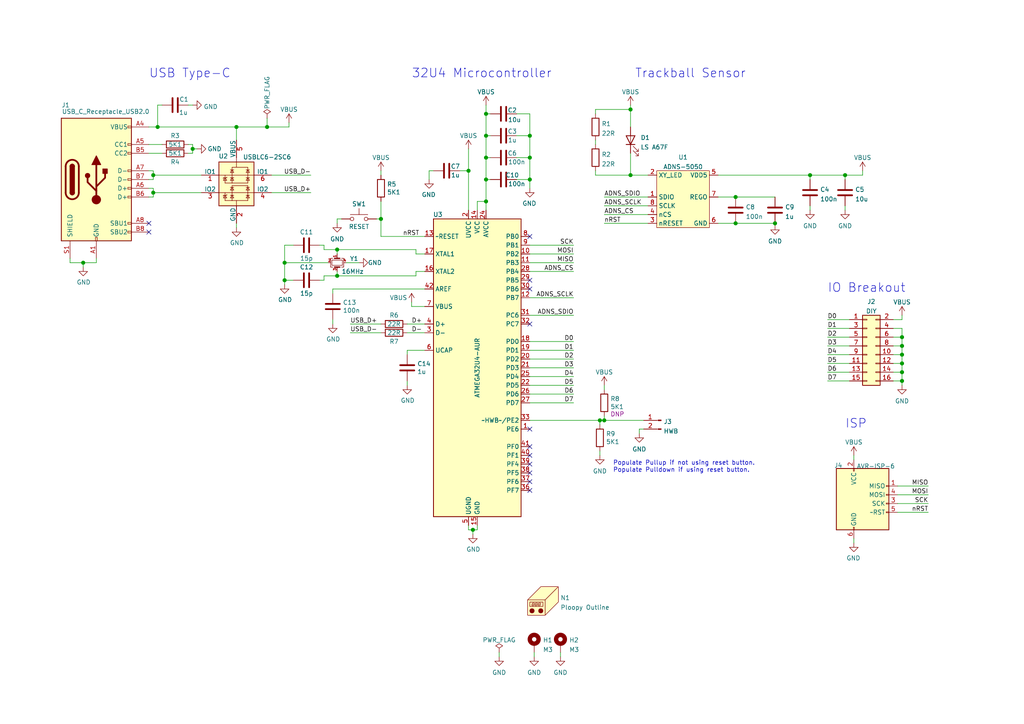
<source format=kicad_sch>
(kicad_sch (version 20210621) (generator eeschema)
  (paper "A4")
  (title_block (title "ploopy-nano") (date "2021-07-09") (rev "0.1") (company "Josh Johnson") (comment 1 "Licenced under CERN OHL v1.2") (comment 2 "By Ploopy Corporation 2021") (comment 3 "Based on the Ploopy Nano"))
  (lib_symbols
    (symbol "Connector:AVR-ISP-6" (pin_names (offset 1.016))
      (property "Reference" "J" (at -6.35 11.43 0))
      (property "Value" "AVR-ISP-6" (at 0 11.43 0))
      (symbol "AVR-ISP-6_1_1"
        (pin passive line (at 10.16 5.08 180) (length 2.54) (name "MISO") (number "1"))
        (pin passive line (at -2.54 12.7 270) (length 2.54) (name "VCC") (number "2"))
        (pin passive line (at 10.16 0 180) (length 2.54) (name "SCK") (number "3"))
        (pin passive line (at 10.16 2.54 180) (length 2.54) (name "MOSI") (number "4"))
        (pin passive line (at 10.16 -2.54 180) (length 2.54) (name "~RST") (number "5"))
        (pin passive line (at -2.54 -10.16 90) (length 2.54) (name "GND") (number "6"))
      )
    )
    (symbol "Connector:Conn_01x02_Male" (pin_names (offset 1.016) hide)
      (property "Reference" "J" (at 0 2.54 0))
      (property "Value" "Conn_01x02_Male" (at 0 -5.08 0))
      (symbol "Conn_01x02_Male_1_1"
        (pin passive line (at 5.08 0 180) (length 3.81) (name "Pin_1") (number "1"))
        (pin passive line (at 5.08 -2.54 180) (length 3.81) (name "Pin_2") (number "2"))
      )
    )
    (symbol "Connector:USB_C_Receptacle_USB2.0" (pin_names (offset 1.016))
      (property "Reference" "J" (at -10.16 19.05 0))
      (property "Value" "USB_C_Receptacle_USB2.0" (at 19.05 19.05 0))
      (symbol "USB_C_Receptacle_USB2.0_1_1"
        (pin power_in line (at 0 -22.86 90) (length 5.08) (name "GND") (number "A1"))
        (pin passive line (at 0 -22.86 90) (length 5.08) hide (name "GND") (number "A12"))
        (pin power_in line (at 15.24 15.24 180) (length 5.08) (name "VBUS") (number "A4"))
        (pin bidirectional line (at 15.24 10.16 180) (length 5.08) (name "CC1") (number "A5"))
        (pin bidirectional line (at 15.24 -2.54 180) (length 5.08) (name "D+") (number "A6"))
        (pin bidirectional line (at 15.24 2.54 180) (length 5.08) (name "D-") (number "A7"))
        (pin bidirectional line (at 15.24 -12.7 180) (length 5.08) (name "SBU1") (number "A8"))
        (pin passive line (at 15.24 15.24 180) (length 5.08) hide (name "VBUS") (number "A9"))
        (pin passive line (at 0 -22.86 90) (length 5.08) hide (name "GND") (number "B1"))
        (pin passive line (at 0 -22.86 90) (length 5.08) hide (name "GND") (number "B12"))
        (pin passive line (at 15.24 15.24 180) (length 5.08) hide (name "VBUS") (number "B4"))
        (pin bidirectional line (at 15.24 7.62 180) (length 5.08) (name "CC2") (number "B5"))
        (pin bidirectional line (at 15.24 -5.08 180) (length 5.08) (name "D+") (number "B6"))
        (pin bidirectional line (at 15.24 0 180) (length 5.08) (name "D-") (number "B7"))
        (pin bidirectional line (at 15.24 -15.24 180) (length 5.08) (name "SBU2") (number "B8"))
        (pin passive line (at 15.24 15.24 180) (length 5.08) hide (name "VBUS") (number "B9"))
        (pin passive line (at -7.62 -22.86 90) (length 5.08) (name "SHIELD") (number "S1"))
      )
    )
    (symbol "Connector_Generic:Conn_02x08_Odd_Even" (pin_names (offset 1.016) hide)
      (property "Reference" "J" (at 1.27 10.16 0))
      (property "Value" "Conn_02x08_Odd_Even" (at 1.27 -12.7 0))
      (symbol "Conn_02x08_Odd_Even_1_1"
        (pin passive line (at -5.08 7.62 0) (length 3.81) (name "Pin_1") (number "1"))
        (pin passive line (at 7.62 -2.54 180) (length 3.81) (name "Pin_10") (number "10"))
        (pin passive line (at -5.08 -5.08 0) (length 3.81) (name "Pin_11") (number "11"))
        (pin passive line (at 7.62 -5.08 180) (length 3.81) (name "Pin_12") (number "12"))
        (pin passive line (at -5.08 -7.62 0) (length 3.81) (name "Pin_13") (number "13"))
        (pin passive line (at 7.62 -7.62 180) (length 3.81) (name "Pin_14") (number "14"))
        (pin passive line (at -5.08 -10.16 0) (length 3.81) (name "Pin_15") (number "15"))
        (pin passive line (at 7.62 -10.16 180) (length 3.81) (name "Pin_16") (number "16"))
        (pin passive line (at 7.62 7.62 180) (length 3.81) (name "Pin_2") (number "2"))
        (pin passive line (at -5.08 5.08 0) (length 3.81) (name "Pin_3") (number "3"))
        (pin passive line (at 7.62 5.08 180) (length 3.81) (name "Pin_4") (number "4"))
        (pin passive line (at -5.08 2.54 0) (length 3.81) (name "Pin_5") (number "5"))
        (pin passive line (at 7.62 2.54 180) (length 3.81) (name "Pin_6") (number "6"))
        (pin passive line (at -5.08 0 0) (length 3.81) (name "Pin_7") (number "7"))
        (pin passive line (at 7.62 0 180) (length 3.81) (name "Pin_8") (number "8"))
        (pin passive line (at -5.08 -2.54 0) (length 3.81) (name "Pin_9") (number "9"))
      )
    )
    (symbol "Device:C" (pin_numbers hide) (pin_names (offset 0.254))
      (property "Reference" "C" (at 0.635 2.54 0))
      (property "Value" "C" (at 0.635 -2.54 0))
      (symbol "C_1_1"
        (pin passive line (at 0 3.81 270) (length 2.794) (name "~") (number "1"))
        (pin passive line (at 0 -3.81 90) (length 2.794) (name "~") (number "2"))
      )
    )
    (symbol "Device:Crystal_GND24_Small" (pin_names (offset 1.016) hide)
      (property "Reference" "Y" (at 1.27 4.445 0))
      (property "Value" "Crystal_GND24_Small" (at 1.27 2.54 0))
      (symbol "Crystal_GND24_Small_1_1"
        (pin passive line (at -2.54 0 0) (length 1.27) (name "1") (number "1"))
        (pin passive line (at 0 -2.54 90) (length 0.635) (name "2") (number "2"))
        (pin passive line (at 2.54 0 180) (length 1.27) (name "3") (number "3"))
        (pin passive line (at 0 2.54 270) (length 0.635) (name "4") (number "4"))
      )
    )
    (symbol "Device:LED" (pin_numbers hide) (pin_names (offset 1.016) hide)
      (property "Reference" "D" (at 0 2.54 0))
      (property "Value" "LED" (at 0 -2.54 0))
      (symbol "LED_1_1"
        (pin passive line (at -3.81 0 0) (length 2.54) (name "K") (number "1"))
        (pin passive line (at 3.81 0 180) (length 2.54) (name "A") (number "2"))
      )
    )
    (symbol "Device:R" (pin_numbers hide) (pin_names (offset 0))
      (property "Reference" "R" (at 2.032 0 90))
      (property "Value" "R" (at 0 0 90))
      (symbol "R_1_1"
        (pin passive line (at 0 3.81 270) (length 1.27) (name "~") (number "1"))
        (pin passive line (at 0 -3.81 90) (length 1.27) (name "~") (number "2"))
      )
    )
    (symbol "MCU_Microchip_ATmega:ATmega32U4-MU"
      (property "Reference" "U3" (at -11.43 44.45 0))
      (property "Value" "ATMEGA32U4-AUR" (at 0 0 90))
      (symbol "ATmega32U4-MU_1_1"
        (pin bidirectional line (at 15.24 -17.78 180) (length 2.54) (name "PE6") (number "1"))
        (pin bidirectional line (at 15.24 33.02 180) (length 2.54) (name "PB2") (number "10"))
        (pin bidirectional line (at 15.24 30.48 180) (length 2.54) (name "PB3") (number "11"))
        (pin bidirectional line (at 15.24 20.32 180) (length 2.54) (name "PB7") (number "12"))
        (pin input line (at -15.24 38.1 0) (length 2.54) (name "~RESET") (number "13"))
        (pin power_in line (at 0 45.72 270) (length 2.54) (name "VCC") (number "14"))
        (pin power_in line (at 0 -45.72 90) (length 2.54) (name "GND") (number "15"))
        (pin output line (at -15.24 27.94 0) (length 2.54) (name "XTAL2") (number "16"))
        (pin input line (at -15.24 33.02 0) (length 2.54) (name "XTAL1") (number "17"))
        (pin bidirectional line (at 15.24 7.62 180) (length 2.54) (name "PD0") (number "18"))
        (pin bidirectional line (at 15.24 5.08 180) (length 2.54) (name "PD1") (number "19"))
        (pin power_in line (at -2.54 45.72 270) (length 2.54) (name "UVCC") (number "2"))
        (pin bidirectional line (at 15.24 2.54 180) (length 2.54) (name "PD2") (number "20"))
        (pin bidirectional line (at 15.24 0 180) (length 2.54) (name "PD3") (number "21"))
        (pin bidirectional line (at 15.24 -5.08 180) (length 2.54) (name "PD5") (number "22"))
        (pin passive line (at 0 -45.72 90) (length 2.54) hide (name "GND") (number "23"))
        (pin power_in line (at 2.54 45.72 270) (length 2.54) (name "AVCC") (number "24"))
        (pin bidirectional line (at 15.24 -2.54 180) (length 2.54) (name "PD4") (number "25"))
        (pin bidirectional line (at 15.24 -7.62 180) (length 2.54) (name "PD6") (number "26"))
        (pin bidirectional line (at 15.24 -10.16 180) (length 2.54) (name "PD7") (number "27"))
        (pin bidirectional line (at 15.24 27.94 180) (length 2.54) (name "PB4") (number "28"))
        (pin bidirectional line (at 15.24 25.4 180) (length 2.54) (name "PB5") (number "29"))
        (pin bidirectional line (at -15.24 10.16 0) (length 2.54) (name "D-") (number "3"))
        (pin bidirectional line (at 15.24 22.86 180) (length 2.54) (name "PB6") (number "30"))
        (pin bidirectional line (at 15.24 15.24 180) (length 2.54) (name "PC6") (number "31"))
        (pin bidirectional line (at 15.24 12.7 180) (length 2.54) (name "PC7") (number "32"))
        (pin bidirectional line (at 15.24 -15.24 180) (length 2.54) (name "~HWB~/PE2") (number "33"))
        (pin passive line (at 0 45.72 270) (length 2.54) hide (name "VCC") (number "34"))
        (pin passive line (at 0 -45.72 90) (length 2.54) hide (name "GND") (number "35"))
        (pin bidirectional line (at 15.24 -35.56 180) (length 2.54) (name "PF7") (number "36"))
        (pin bidirectional line (at 15.24 -33.02 180) (length 2.54) (name "PF6") (number "37"))
        (pin bidirectional line (at 15.24 -30.48 180) (length 2.54) (name "PF5") (number "38"))
        (pin bidirectional line (at 15.24 -27.94 180) (length 2.54) (name "PF4") (number "39"))
        (pin bidirectional line (at -15.24 12.7 0) (length 2.54) (name "D+") (number "4"))
        (pin bidirectional line (at 15.24 -25.4 180) (length 2.54) (name "PF1") (number "40"))
        (pin bidirectional line (at 15.24 -22.86 180) (length 2.54) (name "PF0") (number "41"))
        (pin passive line (at -15.24 22.86 0) (length 2.54) (name "AREF") (number "42"))
        (pin passive line (at 0 -45.72 90) (length 2.54) hide (name "GND") (number "43"))
        (pin passive line (at 2.54 45.72 270) (length 2.54) hide (name "AVCC") (number "44"))
        (pin passive line (at -2.54 -45.72 90) (length 2.54) (name "UGND") (number "5"))
        (pin passive line (at -15.24 5.08 0) (length 2.54) (name "UCAP") (number "6"))
        (pin input line (at -15.24 17.78 0) (length 2.54) (name "VBUS") (number "7"))
        (pin bidirectional line (at 15.24 38.1 180) (length 2.54) (name "PB0") (number "8"))
        (pin bidirectional line (at 15.24 35.56 180) (length 2.54) (name "PB1") (number "9"))
      )
    )
    (symbol "Mechanical:Housing" (pin_names (offset 1.016))
      (property "Reference" "N" (at 3.81 0 0))
      (property "Value" "Housing" (at 3.81 -1.905 0))
    )
    (symbol "Mechanical:MountingHole_Pad" (pin_numbers hide) (pin_names (offset 1.016) hide)
      (property "Reference" "H" (at 0 6.35 0))
      (property "Value" "MountingHole_Pad" (at 0 4.445 0))
      (symbol "MountingHole_Pad_1_1"
        (pin input line (at 0 -2.54 90) (length 2.54) (name "1") (number "1"))
      )
    )
    (symbol "Switch:SW_Push" (pin_numbers hide) (pin_names (offset 1.016) hide)
      (property "Reference" "SW" (at 1.27 2.54 0))
      (property "Value" "SW_Push" (at 0 -1.524 0))
      (symbol "SW_Push_0_1"
        (pin passive line (at -5.08 0 0) (length 2.54) (name "1") (number "1"))
        (pin passive line (at 5.08 0 180) (length 2.54) (name "2") (number "2"))
      )
    )
    (symbol "josh-ic:USBLC6-2SC6" (pin_names (offset 0))
      (property "Reference" "U" (at -7.62 8.89 0))
      (property "Value" "USBLC6-2SC6" (at 7.62 7.62 0))
      (symbol "USBLC6-2SC6_1_1"
        (pin passive line (at -10.16 2.54 0) (length 5.08) (name "IO1") (number "1"))
        (pin passive line (at 0 -11.43 90) (length 5.08) (name "GND") (number "2"))
        (pin passive line (at -10.16 -2.54 0) (length 5.08) (name "IO2") (number "3"))
        (pin passive line (at 10.16 -2.54 180) (length 5.08) (name "IO2") (number "4"))
        (pin passive line (at 0 12.7 270) (length 5.08) (name "VBUS") (number "5"))
        (pin passive line (at 10.16 2.54 180) (length 5.08) (name "IO1") (number "6"))
      )
    )
    (symbol "josh-keyboard:ADNS-5050"
      (property "Reference" "U" (at -6.35 11.43 0))
      (property "Value" "ADNS-5050" (at -1.27 8.89 0))
      (symbol "ADNS-5050_1_1"
        (pin bidirectional line (at -10.16 0 0) (length 2.54) (name "SDIO") (number "1"))
        (pin bidirectional line (at -10.16 6.35 0) (length 2.54) (name "XY_LED") (number "2"))
        (pin bidirectional line (at -10.16 -7.62 0) (length 2.54) (name "nRESET") (number "3"))
        (pin bidirectional line (at -10.16 -5.08 0) (length 2.54) (name "nCS") (number "4"))
        (pin power_in line (at 10.16 6.35 180) (length 2.54) (name "VDD5") (number "5"))
        (pin power_in line (at 10.16 -7.62 180) (length 2.54) (name "GND") (number "6"))
        (pin power_out line (at 10.16 0 180) (length 2.54) (name "REGO") (number "7"))
        (pin bidirectional line (at -10.16 -2.54 0) (length 2.54) (name "SCLK") (number "8"))
      )
    )
    (symbol "power:GND" (power) (pin_names (offset 0))
      (property "Value" "GND" (at 0 -3.81 0))
      (symbol "GND_1_1"
        (pin power_in line (at 0 0 270) (length 0) hide (name "GND") (number "1"))
      )
    )
    (symbol "power:PWR_FLAG" (power) (pin_numbers hide) (pin_names (offset 0) hide)
      (property "Value" "PWR_FLAG" (at 0 3.81 0))
      (symbol "PWR_FLAG_0_0"
        (pin power_out line (at 0 0 90) (length 0) (name "pwr") (number "1"))
      )
    )
    (symbol "power:VBUS" (power) (pin_names (offset 0))
      (property "Value" "VBUS" (at 0 3.81 0))
      (symbol "VBUS_1_1"
        (pin power_in line (at 0 0 90) (length 0) hide (name "VBUS") (number "1"))
      )
    )
  )
  (junction (at 24.13 76.2) (diameter 1.016))
  (junction (at 44.45 50.8) (diameter 1.016))
  (junction (at 44.45 55.88) (diameter 1.016))
  (junction (at 45.72 36.83) (diameter 1.016))
  (junction (at 55.88 43.18) (diameter 1.016))
  (junction (at 68.58 36.83) (diameter 1.016))
  (junction (at 77.47 36.83) (diameter 1.016))
  (junction (at 82.55 76.2) (diameter 1.016))
  (junction (at 82.55 81.28) (diameter 1.016))
  (junction (at 97.79 72.39) (diameter 1.016))
  (junction (at 97.79 80.01) (diameter 1.016))
  (junction (at 110.49 63.5) (diameter 1.016))
  (junction (at 135.89 49.53) (diameter 1.016))
  (junction (at 137.16 153.67) (diameter 1.016))
  (junction (at 140.97 33.02) (diameter 1.016))
  (junction (at 140.97 39.37) (diameter 1.016))
  (junction (at 140.97 45.72) (diameter 1.016))
  (junction (at 140.97 52.07) (diameter 1.016))
  (junction (at 140.97 58.42) (diameter 1.016))
  (junction (at 153.67 39.37) (diameter 1.016))
  (junction (at 153.67 45.72) (diameter 1.016))
  (junction (at 153.67 52.07) (diameter 1.016))
  (junction (at 173.99 121.92) (diameter 1.016))
  (junction (at 175.26 121.92) (diameter 1.016))
  (junction (at 182.88 31.75) (diameter 1.016))
  (junction (at 182.88 50.8) (diameter 1.016))
  (junction (at 213.36 57.15) (diameter 1.016))
  (junction (at 213.36 64.77) (diameter 1.016))
  (junction (at 224.79 64.77) (diameter 1.016))
  (junction (at 234.95 50.8) (diameter 1.016))
  (junction (at 245.11 50.8) (diameter 1.016))
  (junction (at 261.62 97.79) (diameter 1.016))
  (junction (at 261.62 100.33) (diameter 1.016))
  (junction (at 261.62 102.87) (diameter 1.016))
  (junction (at 261.62 105.41) (diameter 1.016))
  (junction (at 261.62 107.95) (diameter 1.016))
  (junction (at 261.62 110.49) (diameter 1.016))
  (no_connect (at 43.18 64.77))
  (no_connect (at 43.18 67.31))
  (no_connect (at 153.67 68.58))
  (no_connect (at 153.67 81.28))
  (no_connect (at 153.67 83.82))
  (no_connect (at 153.67 93.98))
  (no_connect (at 153.67 124.46))
  (no_connect (at 153.67 129.54))
  (no_connect (at 153.67 132.08))
  (no_connect (at 153.67 134.62))
  (no_connect (at 153.67 137.16))
  (no_connect (at 153.67 139.7))
  (no_connect (at 153.67 142.24))
  (wire (pts (xy 20.32 74.93) (xy 20.32 76.2)))
  (wire (pts (xy 20.32 76.2) (xy 24.13 76.2)))
  (wire (pts (xy 24.13 76.2) (xy 27.94 76.2)))
  (wire (pts (xy 24.13 77.47) (xy 24.13 76.2)))
  (wire (pts (xy 27.94 76.2) (xy 27.94 74.93)))
  (wire (pts (xy 43.18 36.83) (xy 45.72 36.83)))
  (wire (pts (xy 43.18 49.53) (xy 44.45 49.53)))
  (wire (pts (xy 43.18 54.61) (xy 44.45 54.61)))
  (wire (pts (xy 44.45 49.53) (xy 44.45 50.8)))
  (wire (pts (xy 44.45 50.8) (xy 44.45 52.07)))
  (wire (pts (xy 44.45 50.8) (xy 58.42 50.8)))
  (wire (pts (xy 44.45 52.07) (xy 43.18 52.07)))
  (wire (pts (xy 44.45 54.61) (xy 44.45 55.88)))
  (wire (pts (xy 44.45 55.88) (xy 44.45 57.15)))
  (wire (pts (xy 44.45 55.88) (xy 58.42 55.88)))
  (wire (pts (xy 44.45 57.15) (xy 43.18 57.15)))
  (wire (pts (xy 45.72 30.48) (xy 45.72 36.83)))
  (wire (pts (xy 45.72 36.83) (xy 68.58 36.83)))
  (wire (pts (xy 46.99 30.48) (xy 45.72 30.48)))
  (wire (pts (xy 46.99 41.91) (xy 43.18 41.91)))
  (wire (pts (xy 46.99 44.45) (xy 43.18 44.45)))
  (wire (pts (xy 54.61 30.48) (xy 55.88 30.48)))
  (wire (pts (xy 54.61 41.91) (xy 55.88 41.91)))
  (wire (pts (xy 54.61 44.45) (xy 55.88 44.45)))
  (wire (pts (xy 55.88 41.91) (xy 55.88 43.18)))
  (wire (pts (xy 55.88 43.18) (xy 55.88 44.45)))
  (wire (pts (xy 55.88 43.18) (xy 57.15 43.18)))
  (wire (pts (xy 68.58 36.83) (xy 68.58 40.64)))
  (wire (pts (xy 68.58 36.83) (xy 77.47 36.83)))
  (wire (pts (xy 68.58 64.77) (xy 68.58 66.04)))
  (wire (pts (xy 77.47 34.29) (xy 77.47 36.83)))
  (wire (pts (xy 77.47 36.83) (xy 83.82 36.83)))
  (wire (pts (xy 78.74 50.8) (xy 90.17 50.8)))
  (wire (pts (xy 78.74 55.88) (xy 90.17 55.88)))
  (wire (pts (xy 82.55 71.12) (xy 82.55 76.2)))
  (wire (pts (xy 82.55 76.2) (xy 82.55 81.28)))
  (wire (pts (xy 82.55 81.28) (xy 82.55 82.55)))
  (wire (pts (xy 83.82 36.83) (xy 83.82 35.56)))
  (wire (pts (xy 85.09 71.12) (xy 82.55 71.12)))
  (wire (pts (xy 85.09 81.28) (xy 82.55 81.28)))
  (wire (pts (xy 92.71 81.28) (xy 93.98 81.28)))
  (wire (pts (xy 93.98 71.12) (xy 92.71 71.12)))
  (wire (pts (xy 93.98 72.39) (xy 93.98 71.12)))
  (wire (pts (xy 93.98 80.01) (xy 97.79 80.01)))
  (wire (pts (xy 93.98 81.28) (xy 93.98 80.01)))
  (wire (pts (xy 95.25 76.2) (xy 82.55 76.2)))
  (wire (pts (xy 96.52 83.82) (xy 96.52 85.09)))
  (wire (pts (xy 96.52 83.82) (xy 123.19 83.82)))
  (wire (pts (xy 96.52 92.71) (xy 96.52 93.98)))
  (wire (pts (xy 97.79 63.5) (xy 97.79 64.77)))
  (wire (pts (xy 97.79 72.39) (xy 93.98 72.39)))
  (wire (pts (xy 97.79 72.39) (xy 97.79 73.66)))
  (wire (pts (xy 97.79 78.74) (xy 97.79 80.01)))
  (wire (pts (xy 97.79 80.01) (xy 120.65 80.01)))
  (wire (pts (xy 99.06 63.5) (xy 97.79 63.5)))
  (wire (pts (xy 100.33 76.2) (xy 104.14 76.2)))
  (wire (pts (xy 109.22 63.5) (xy 110.49 63.5)))
  (wire (pts (xy 110.49 50.8) (xy 110.49 49.53)))
  (wire (pts (xy 110.49 58.42) (xy 110.49 63.5)))
  (wire (pts (xy 110.49 63.5) (xy 110.49 68.58)))
  (wire (pts (xy 110.49 93.98) (xy 101.6 93.98)))
  (wire (pts (xy 110.49 96.52) (xy 101.6 96.52)))
  (wire (pts (xy 118.11 93.98) (xy 123.19 93.98)))
  (wire (pts (xy 118.11 101.6) (xy 118.11 102.87)))
  (wire (pts (xy 118.11 110.49) (xy 118.11 111.76)))
  (wire (pts (xy 119.38 87.63) (xy 119.38 88.9)))
  (wire (pts (xy 119.38 88.9) (xy 123.19 88.9)))
  (wire (pts (xy 120.65 72.39) (xy 97.79 72.39)))
  (wire (pts (xy 120.65 73.66) (xy 120.65 72.39)))
  (wire (pts (xy 120.65 78.74) (xy 123.19 78.74)))
  (wire (pts (xy 120.65 80.01) (xy 120.65 78.74)))
  (wire (pts (xy 123.19 68.58) (xy 110.49 68.58)))
  (wire (pts (xy 123.19 73.66) (xy 120.65 73.66)))
  (wire (pts (xy 123.19 96.52) (xy 118.11 96.52)))
  (wire (pts (xy 123.19 101.6) (xy 118.11 101.6)))
  (wire (pts (xy 124.46 49.53) (xy 124.46 52.07)))
  (wire (pts (xy 125.73 49.53) (xy 124.46 49.53)))
  (wire (pts (xy 133.35 49.53) (xy 135.89 49.53)))
  (wire (pts (xy 135.89 43.18) (xy 135.89 49.53)))
  (wire (pts (xy 135.89 49.53) (xy 135.89 60.96)))
  (wire (pts (xy 135.89 153.67) (xy 135.89 152.4)))
  (wire (pts (xy 137.16 153.67) (xy 135.89 153.67)))
  (wire (pts (xy 137.16 153.67) (xy 137.16 154.94)))
  (wire (pts (xy 138.43 58.42) (xy 138.43 60.96)))
  (wire (pts (xy 138.43 152.4) (xy 138.43 153.67)))
  (wire (pts (xy 138.43 153.67) (xy 137.16 153.67)))
  (wire (pts (xy 140.97 30.48) (xy 140.97 33.02)))
  (wire (pts (xy 140.97 33.02) (xy 140.97 39.37)))
  (wire (pts (xy 140.97 33.02) (xy 142.24 33.02)))
  (wire (pts (xy 140.97 39.37) (xy 140.97 45.72)))
  (wire (pts (xy 140.97 45.72) (xy 140.97 52.07)))
  (wire (pts (xy 140.97 52.07) (xy 140.97 58.42)))
  (wire (pts (xy 140.97 58.42) (xy 138.43 58.42)))
  (wire (pts (xy 140.97 60.96) (xy 140.97 58.42)))
  (wire (pts (xy 142.24 39.37) (xy 140.97 39.37)))
  (wire (pts (xy 142.24 45.72) (xy 140.97 45.72)))
  (wire (pts (xy 142.24 52.07) (xy 140.97 52.07)))
  (wire (pts (xy 144.78 189.23) (xy 144.78 190.5)))
  (wire (pts (xy 149.86 33.02) (xy 153.67 33.02)))
  (wire (pts (xy 149.86 39.37) (xy 153.67 39.37)))
  (wire (pts (xy 149.86 45.72) (xy 153.67 45.72)))
  (wire (pts (xy 149.86 52.07) (xy 153.67 52.07)))
  (wire (pts (xy 153.67 33.02) (xy 153.67 39.37)))
  (wire (pts (xy 153.67 39.37) (xy 153.67 45.72)))
  (wire (pts (xy 153.67 45.72) (xy 153.67 52.07)))
  (wire (pts (xy 153.67 52.07) (xy 153.67 54.61)))
  (wire (pts (xy 153.67 71.12) (xy 166.37 71.12)))
  (wire (pts (xy 153.67 73.66) (xy 166.37 73.66)))
  (wire (pts (xy 153.67 76.2) (xy 166.37 76.2)))
  (wire (pts (xy 153.67 78.74) (xy 166.37 78.74)))
  (wire (pts (xy 153.67 86.36) (xy 166.37 86.36)))
  (wire (pts (xy 153.67 91.44) (xy 166.37 91.44)))
  (wire (pts (xy 153.67 99.06) (xy 166.37 99.06)))
  (wire (pts (xy 153.67 101.6) (xy 166.37 101.6)))
  (wire (pts (xy 153.67 104.14) (xy 166.37 104.14)))
  (wire (pts (xy 153.67 106.68) (xy 166.37 106.68)))
  (wire (pts (xy 153.67 109.22) (xy 166.37 109.22)))
  (wire (pts (xy 153.67 111.76) (xy 166.37 111.76)))
  (wire (pts (xy 153.67 114.3) (xy 166.37 114.3)))
  (wire (pts (xy 153.67 116.84) (xy 166.37 116.84)))
  (wire (pts (xy 153.67 121.92) (xy 173.99 121.92)))
  (wire (pts (xy 154.94 189.23) (xy 154.94 190.5)))
  (wire (pts (xy 162.56 189.23) (xy 162.56 190.5)))
  (wire (pts (xy 172.72 31.75) (xy 182.88 31.75)))
  (wire (pts (xy 172.72 33.02) (xy 172.72 31.75)))
  (wire (pts (xy 172.72 40.64) (xy 172.72 41.91)))
  (wire (pts (xy 172.72 49.53) (xy 172.72 50.8)))
  (wire (pts (xy 172.72 50.8) (xy 182.88 50.8)))
  (wire (pts (xy 173.99 121.92) (xy 173.99 123.19)))
  (wire (pts (xy 173.99 121.92) (xy 175.26 121.92)))
  (wire (pts (xy 173.99 130.81) (xy 173.99 132.08)))
  (wire (pts (xy 175.26 64.77) (xy 187.96 64.77)))
  (wire (pts (xy 175.26 113.03) (xy 175.26 111.76)))
  (wire (pts (xy 175.26 120.65) (xy 175.26 121.92)))
  (wire (pts (xy 175.26 121.92) (xy 186.69 121.92)))
  (wire (pts (xy 182.88 30.48) (xy 182.88 31.75)))
  (wire (pts (xy 182.88 31.75) (xy 182.88 36.83)))
  (wire (pts (xy 182.88 44.45) (xy 182.88 50.8)))
  (wire (pts (xy 182.88 50.8) (xy 187.96 50.8)))
  (wire (pts (xy 185.42 124.46) (xy 185.42 125.73)))
  (wire (pts (xy 186.69 124.46) (xy 185.42 124.46)))
  (wire (pts (xy 187.96 57.15) (xy 175.26 57.15)))
  (wire (pts (xy 187.96 59.69) (xy 175.26 59.69)))
  (wire (pts (xy 187.96 62.23) (xy 175.26 62.23)))
  (wire (pts (xy 208.28 50.8) (xy 234.95 50.8)))
  (wire (pts (xy 208.28 57.15) (xy 213.36 57.15)))
  (wire (pts (xy 208.28 64.77) (xy 213.36 64.77)))
  (wire (pts (xy 213.36 57.15) (xy 224.79 57.15)))
  (wire (pts (xy 213.36 64.77) (xy 224.79 64.77)))
  (wire (pts (xy 224.79 64.77) (xy 224.79 65.405)))
  (wire (pts (xy 234.95 50.8) (xy 234.95 52.07)))
  (wire (pts (xy 234.95 50.8) (xy 245.11 50.8)))
  (wire (pts (xy 234.95 59.69) (xy 234.95 60.96)))
  (wire (pts (xy 240.03 92.71) (xy 246.38 92.71)))
  (wire (pts (xy 240.03 95.25) (xy 246.38 95.25)))
  (wire (pts (xy 240.03 97.79) (xy 246.38 97.79)))
  (wire (pts (xy 240.03 100.33) (xy 246.38 100.33)))
  (wire (pts (xy 240.03 102.87) (xy 246.38 102.87)))
  (wire (pts (xy 240.03 105.41) (xy 246.38 105.41)))
  (wire (pts (xy 240.03 107.95) (xy 246.38 107.95)))
  (wire (pts (xy 240.03 110.49) (xy 246.38 110.49)))
  (wire (pts (xy 245.11 50.8) (xy 245.11 52.07)))
  (wire (pts (xy 245.11 50.8) (xy 250.19 50.8)))
  (wire (pts (xy 245.11 59.69) (xy 245.11 60.96)))
  (wire (pts (xy 247.65 132.08) (xy 247.65 133.35)))
  (wire (pts (xy 247.65 156.21) (xy 247.65 157.48)))
  (wire (pts (xy 250.19 49.53) (xy 250.19 50.8)))
  (wire (pts (xy 259.08 95.25) (xy 261.62 95.25)))
  (wire (pts (xy 259.08 97.79) (xy 261.62 97.79)))
  (wire (pts (xy 259.08 100.33) (xy 261.62 100.33)))
  (wire (pts (xy 259.08 102.87) (xy 261.62 102.87)))
  (wire (pts (xy 259.08 105.41) (xy 261.62 105.41)))
  (wire (pts (xy 259.08 107.95) (xy 261.62 107.95)))
  (wire (pts (xy 259.08 110.49) (xy 261.62 110.49)))
  (wire (pts (xy 260.35 140.97) (xy 269.24 140.97)))
  (wire (pts (xy 260.35 143.51) (xy 269.24 143.51)))
  (wire (pts (xy 260.35 146.05) (xy 269.24 146.05)))
  (wire (pts (xy 260.35 148.59) (xy 269.24 148.59)))
  (wire (pts (xy 261.62 91.44) (xy 261.62 92.71)))
  (wire (pts (xy 261.62 92.71) (xy 259.08 92.71)))
  (wire (pts (xy 261.62 97.79) (xy 261.62 95.25)))
  (wire (pts (xy 261.62 100.33) (xy 261.62 97.79)))
  (wire (pts (xy 261.62 102.87) (xy 261.62 100.33)))
  (wire (pts (xy 261.62 105.41) (xy 261.62 102.87)))
  (wire (pts (xy 261.62 107.95) (xy 261.62 105.41)))
  (wire (pts (xy 261.62 110.49) (xy 261.62 107.95)))
  (wire (pts (xy 261.62 111.76) (xy 261.62 110.49)))
  (text "USB Type-C" (at 43.18 22.86 0) (effects (font (size 2.54 2.54)) (justify left bottom)))
  (text "32U4 Microcontroller" (at 119.38 22.86 0) (effects (font (size 2.54 2.54)) (justify left bottom)))
  (text "Populate Pullup if not using reset button.\nPopulate Pulldown if using reset button." (at 177.8 137.16 0) (effects (font (size 1.27 1.27)) (justify left bottom)))
  (text "Trackball Sensor	" (at 184.15 22.86 0) (effects (font (size 2.54 2.54)) (justify left bottom)))
  (text "IO Breakout" (at 240.03 85.09 0) (effects (font (size 2.54 2.54)) (justify left bottom)))
  (text "ISP" (at 245.11 124.46 0) (effects (font (size 2.54 2.54)) (justify left bottom)))
  (label "USB_D-" (at 90.17 50.8 180))
  (label "USB_D+" (at 90.17 55.88 180))
  (label "USB_D+" (at 101.6 93.98 0))
  (label "USB_D-" (at 101.6 96.52 0))
  (label "nRST" (at 116.84 68.58 0))
  (label "D+" (at 119.38 93.98 0))
  (label "D-" (at 119.38 96.52 0))
  (label "SCK" (at 166.37 71.12 180))
  (label "MOSI" (at 166.37 73.66 180))
  (label "MISO" (at 166.37 76.2 180))
  (label "ADNS_CS" (at 166.37 78.74 180))
  (label "ADNS_SCLK" (at 166.37 86.36 180))
  (label "ADNS_SDIO" (at 166.37 91.44 180))
  (label "D0" (at 166.37 99.06 180))
  (label "D1" (at 166.37 101.6 180))
  (label "D2" (at 166.37 104.14 180))
  (label "D3" (at 166.37 106.68 180))
  (label "D4" (at 166.37 109.22 180))
  (label "D5" (at 166.37 111.76 180))
  (label "D6" (at 166.37 114.3 180))
  (label "D7" (at 166.37 116.84 180))
  (label "ADNS_SDIO" (at 175.26 57.15 0))
  (label "ADNS_SCLK" (at 175.26 59.69 0))
  (label "ADNS_CS" (at 175.26 62.23 0))
  (label "nRST" (at 175.26 64.77 0))
  (label "D0" (at 240.03 92.71 0))
  (label "D1" (at 240.03 95.25 0))
  (label "D2" (at 240.03 97.79 0))
  (label "D3" (at 240.03 100.33 0))
  (label "D4" (at 240.03 102.87 0))
  (label "D5" (at 240.03 105.41 0))
  (label "D6" (at 240.03 107.95 0))
  (label "D7" (at 240.03 110.49 0))
  (label "MISO" (at 269.24 140.97 180))
  (label "MOSI" (at 269.24 143.51 180))
  (label "SCK" (at 269.24 146.05 180))
  (label "nRST" (at 269.24 148.59 180))
  (symbol (lib_id "power:VBUS") (at 83.82 35.56 0) (unit 1)
    (property "Reference" "#PWR04" (effects hide))
    (property "Value" "VBUS" (at 83.82 31.75 0))
  )
  (symbol (lib_id "power:VBUS") (at 110.49 49.53 0) (unit 1)
    (property "Reference" "#PWR08" (effects hide))
    (property "Value" "VBUS" (at 110.49 45.72 0))
  )
  (symbol (lib_id "power:VBUS") (at 119.38 87.63 0) (unit 1)
    (property "Reference" "#PWR018" (effects hide))
    (property "Value" "VBUS" (at 115.57 86.36 0))
  )
  (symbol (lib_id "power:VBUS") (at 135.89 43.18 0) (unit 1)
    (property "Reference" "#PWR07" (effects hide))
    (property "Value" "VBUS" (at 135.89 39.37 0))
  )
  (symbol (lib_id "power:VBUS") (at 140.97 30.48 0) (unit 1)
    (property "Reference" "#PWR03" (effects hide))
    (property "Value" "VBUS" (at 140.97 26.67 0))
  )
  (symbol (lib_id "power:VBUS") (at 175.26 111.76 0) (unit 1)
    (property "Reference" "#PWR022" (effects hide))
    (property "Value" "VBUS" (at 175.26 107.95 0))
  )
  (symbol (lib_id "power:VBUS") (at 182.88 30.48 0) (unit 1)
    (property "Reference" "#PWR01" (effects hide))
    (property "Value" "VBUS" (at 182.88 26.67 0))
  )
  (symbol (lib_id "power:VBUS") (at 247.65 132.08 0) (unit 1)
    (property "Reference" "#PWR024" (effects hide))
    (property "Value" "VBUS" (at 247.65 128.27 0))
  )
  (symbol (lib_id "power:VBUS") (at 250.19 49.53 0) (unit 1)
    (property "Reference" "#PWR05" (effects hide))
    (property "Value" "VBUS" (at 250.19 45.72 0))
  )
  (symbol (lib_id "power:VBUS") (at 261.62 91.44 0) (unit 1)
    (property "Reference" "#PWR020" (effects hide))
    (property "Value" "VBUS" (at 261.62 87.63 0))
  )
  (symbol (lib_id "power:PWR_FLAG") (at 77.47 34.29 0) (unit 1)
    (property "Reference" "#FLG01" (effects hide))
    (property "Value" "PWR_FLAG" (at 77.47 26.8754 90))
  )
  (symbol (lib_id "power:PWR_FLAG") (at 144.78 189.23 0) (unit 1)
    (property "Reference" "#FLG02" (effects hide))
    (property "Value" "PWR_FLAG" (at 144.78 185.6254 0))
  )
  (symbol (lib_id "power:GND") (at 24.13 77.47 0) (unit 1)
    (property "Reference" "#PWR015" (effects hide))
    (property "Value" "GND" (at 24.257 81.8642 0))
  )
  (symbol (lib_id "power:GND") (at 55.88 30.48 90) (unit 1)
    (property "Reference" "#PWR02" (effects hide))
    (property "Value" "GND" (at 59.0551 30.959 90) (effects (justify right)))
  )
  (symbol (lib_id "power:GND") (at 57.15 43.18 90) (unit 1)
    (property "Reference" "#PWR06" (effects hide))
    (property "Value" "GND" (at 62.23 43.18 90))
  )
  (symbol (lib_id "power:GND") (at 68.58 66.04 0) (unit 1)
    (property "Reference" "#PWR013" (effects hide))
    (property "Value" "GND" (at 68.707 70.4342 0))
  )
  (symbol (lib_id "power:GND") (at 82.55 82.55 0) (unit 1)
    (property "Reference" "#PWR017" (effects hide))
    (property "Value" "GND" (at 82.677 86.9442 0))
  )
  (symbol (lib_id "power:GND") (at 96.52 93.98 0) (unit 1)
    (property "Reference" "#PWR019" (effects hide))
    (property "Value" "GND" (at 96.647 98.3742 0))
  )
  (symbol (lib_id "power:GND") (at 97.79 64.77 0) (unit 1)
    (property "Reference" "#PWR014" (effects hide))
    (property "Value" "GND" (at 97.79 69.3326 0))
  )
  (symbol (lib_id "power:GND") (at 104.14 76.2 90) (unit 1)
    (property "Reference" "#PWR016" (effects hide))
    (property "Value" "GND" (at 106.68 76.2 90) (effects (justify right)))
  )
  (symbol (lib_id "power:GND") (at 118.11 111.76 0) (unit 1)
    (property "Reference" "#PWR021" (effects hide))
    (property "Value" "GND" (at 118.237 116.1542 0))
  )
  (symbol (lib_id "power:GND") (at 124.46 52.07 0) (mirror y) (unit 1)
    (property "Reference" "#PWR011" (effects hide))
    (property "Value" "GND" (at 124.333 56.4642 0))
  )
  (symbol (lib_id "power:GND") (at 137.16 154.94 0) (unit 1)
    (property "Reference" "#PWR028" (effects hide))
    (property "Value" "GND" (at 137.287 159.3342 0))
  )
  (symbol (lib_id "power:GND") (at 144.78 190.5 0) (unit 1)
    (property "Reference" "#PWR031" (effects hide))
    (property "Value" "GND" (at 144.78 195.0626 0))
  )
  (symbol (lib_id "power:GND") (at 153.67 54.61 0) (mirror y) (unit 1)
    (property "Reference" "#PWR012" (effects hide))
    (property "Value" "GND" (at 153.543 59.0042 0))
  )
  (symbol (lib_id "power:GND") (at 154.94 190.5 0) (unit 1)
    (property "Reference" "#PWR029" (effects hide))
    (property "Value" "GND" (at 154.94 195.0626 0))
  )
  (symbol (lib_id "power:GND") (at 162.56 190.5 0) (unit 1)
    (property "Reference" "#PWR030" (effects hide))
    (property "Value" "GND" (at 162.56 195.0626 0))
  )
  (symbol (lib_id "power:GND") (at 173.99 132.08 0) (unit 1)
    (property "Reference" "#PWR026" (effects hide))
    (property "Value" "GND" (at 173.99 136.6426 0))
  )
  (symbol (lib_id "power:GND") (at 185.42 125.73 0) (unit 1)
    (property "Reference" "#PWR025" (effects hide))
    (property "Value" "GND" (at 185.42 130.2926 0))
  )
  (symbol (lib_id "power:GND") (at 224.79 65.405 0) (unit 1)
    (property "Reference" "#PWR0101" (effects hide))
    (property "Value" "GND" (at 224.79 69.9676 0))
  )
  (symbol (lib_id "power:GND") (at 234.95 60.96 0) (unit 1)
    (property "Reference" "#PWR09" (effects hide))
    (property "Value" "GND" (at 234.95 65.5226 0))
  )
  (symbol (lib_id "power:GND") (at 245.11 60.96 0) (unit 1)
    (property "Reference" "#PWR010" (effects hide))
    (property "Value" "GND" (at 245.11 65.5226 0))
  )
  (symbol (lib_id "power:GND") (at 247.65 157.48 0) (mirror y) (unit 1)
    (property "Reference" "#PWR027" (effects hide))
    (property "Value" "GND" (at 247.523 161.8742 0))
  )
  (symbol (lib_id "power:GND") (at 261.62 111.76 0) (unit 1)
    (property "Reference" "#PWR023" (effects hide))
    (property "Value" "GND" (at 261.62 116.3226 0))
  )
  (symbol (lib_id "Connector:Conn_01x02_Male") (at 191.77 121.92 0) (mirror y) (unit 1) (in_bom no)
    (property "Reference" "J3" (at 192.4813 122.2815 0) (effects (justify right)))
    (property "Value" "HWB" (at 192.4813 125.0566 0) (effects (justify right)))
    (property "Footprint" "Connector_PinHeader_2.54mm:PinHeader_1x02_P2.54mm_Vertical" (effects hide))
    (property "DNP" "DNP" (effects hide))
  )
  (symbol (lib_id "Device:R") (at 50.8 41.91 270) (unit 1)
    (property "Reference" "R3" (at 50.8 39.37 90))
    (property "Value" "5K1" (at 50.8 41.91 90))
    (property "Footprint" "Resistor_SMD:R_0603_1608Metric" (effects hide))
    (property "LCSC" "C14677" (effects hide))
    (property "MPN " "RC0603JR-075K1L" (effects hide))
    (property "Manufacturer" "YAGEO" (effects hide))
  )
  (symbol (lib_id "Device:R") (at 50.8 44.45 270) (unit 1)
    (property "Reference" "R4" (at 50.8 46.99 90))
    (property "Value" "5K1" (at 50.8 44.45 90))
    (property "Footprint" "Resistor_SMD:R_0603_1608Metric" (effects hide))
    (property "LCSC" "C14677" (effects hide))
    (property "MPN " "RC0603JR-075K1L" (effects hide))
    (property "Manufacturer" "YAGEO" (effects hide))
  )
  (symbol (lib_id "Device:R") (at 110.49 54.61 0) (unit 1)
    (property "Reference" "R5" (at 112.268 53.4416 0) (effects (justify left)))
    (property "Value" "5K1" (at 112.268 55.753 0) (effects (justify left)))
    (property "Footprint" "Resistor_SMD:R_0603_1608Metric" (effects hide))
    (property "LCSC" "C14677" (effects hide))
    (property "MPN " "RC0603JR-075K1L" (effects hide))
    (property "Manufacturer" "YAGEO" (effects hide))
  )
  (symbol (lib_id "Device:R") (at 114.3 93.98 270) (unit 1)
    (property "Reference" "R6" (at 114.3 91.44 90))
    (property "Value" "22R" (at 114.3 93.98 90))
    (property "Footprint" "Resistor_SMD:R_0603_1608Metric" (effects hide))
    (property "LCSC" "C108405" (effects hide))
    (property "MPN " "RC0603JR-0722RL" (effects hide))
    (property "Manufacturer" "YAGEO" (effects hide))
  )
  (symbol (lib_id "Device:R") (at 114.3 96.52 270) (unit 1)
    (property "Reference" "R7" (at 114.3 99.06 90))
    (property "Value" "22R" (at 114.3 96.52 90))
    (property "Footprint" "Resistor_SMD:R_0603_1608Metric" (effects hide))
    (property "LCSC" "C108405" (effects hide))
    (property "MPN " "RC0603JR-0722RL" (effects hide))
    (property "Manufacturer" "YAGEO" (effects hide))
  )
  (symbol (lib_id "Device:R") (at 172.72 36.83 0) (unit 1)
    (property "Reference" "R1" (at 174.4981 35.9215 0) (effects (justify left)))
    (property "Value" "22R" (at 174.4981 38.6966 0) (effects (justify left)))
    (property "Footprint" "Resistor_SMD:R_0603_1608Metric" (effects hide))
    (property "LCSC" "C108405" (effects hide))
    (property "MPN " "RC0603JR-0722RL" (effects hide))
    (property "Manufacturer" "YAGEO" (effects hide))
    (property "DNP" "DNP" (effects hide))
  )
  (symbol (lib_id "Device:R") (at 172.72 45.72 0) (unit 1)
    (property "Reference" "R2" (at 174.4981 44.8115 0) (effects (justify left)))
    (property "Value" "22R" (at 174.4981 47.5866 0) (effects (justify left)))
    (property "Footprint" "Resistor_SMD:R_0603_1608Metric" (effects hide))
    (property "LCSC" "C108405" (effects hide))
    (property "MPN " "RC0603JR-0722RL" (effects hide))
    (property "Manufacturer" "YAGEO" (effects hide))
    (property "DNP" "DNP" (effects hide))
  )
  (symbol (lib_id "Device:R") (at 173.99 127 0) (unit 1)
    (property "Reference" "R9" (at 175.768 125.8316 0) (effects (justify left)))
    (property "Value" "5K1" (at 175.768 128.143 0) (effects (justify left)))
    (property "Footprint" "Resistor_SMD:R_0603_1608Metric" (effects hide))
    (property "LCSC" "C14677" (effects hide))
    (property "MPN " "RC0603JR-075K1L" (effects hide))
    (property "Manufacturer" "YAGEO" (effects hide))
  )
  (symbol (lib_id "Device:R") (at 175.26 116.84 0) (unit 1)
    (property "Reference" "R8" (at 177.038 115.6716 0) (effects (justify left)))
    (property "Value" "5K1" (at 177.038 117.983 0) (effects (justify left)))
    (property "Footprint" "Resistor_SMD:R_0603_1608Metric" (effects hide))
    (property "LCSC" "C14677" (effects hide))
    (property "MPN " "RC0603JR-075K1L" (effects hide))
    (property "Manufacturer" "YAGEO" (effects hide))
    (property "DNP" "DNP" (at 179.07 119.38 0) (effects (justify top)))
  )
  (symbol (lib_id "Mechanical:MountingHole_Pad") (at 154.94 186.69 0) (unit 1) (in_bom no)
    (property "Reference" "H1" (at 157.4801 185.6545 0) (effects (justify left)))
    (property "Value" "M3" (at 157.4801 188.4296 0) (effects (justify left)))
    (property "Footprint" "MountingHole:MountingHole_3.2mm_M3_Pad_Via" (effects hide))
    (property "DNP" "DNP" (effects hide))
  )
  (symbol (lib_id "Mechanical:MountingHole_Pad") (at 162.56 186.69 0) (unit 1) (in_bom no)
    (property "Reference" "H2" (at 165.1001 185.6545 0) (effects (justify left)))
    (property "Value" "M3" (at 165.1001 188.4296 0) (effects (justify left)))
    (property "Footprint" "MountingHole:MountingHole_3.2mm_M3_Pad_Via" (effects hide))
    (property "DNP" "DNP" (effects hide))
  )
  (symbol (lib_id "Device:LED") (at 182.88 40.64 90) (unit 1)
    (property "Reference" "D1" (at 185.8011 39.922 90) (effects (justify right)))
    (property "Value" "LS A67F" (at 185.8011 42.6971 90) (effects (justify right)))
    (property "Footprint" "josh-led:LO-A67F" (effects hide))
    (property "LCSC" "C2830531" (effects hide))
    (property "MPN " "LS A67F-U2BA-1-3A4B-30-R33" (effects hide))
    (property "Manufacturer" "OSRAM" (effects hide))
  )
  (symbol (lib_id "Device:Crystal_GND24_Small") (at 97.79 76.2 270) (unit 1)
    (property "Reference" "Y1" (at 101.4476 75.0316 90) (effects (justify left)))
    (property "Value" "16MHz" (at 99.06 78.74 90) (effects (justify left)))
    (property "Footprint" "josh-oscillators:Crystal_SMD_3225-4Pin_3.2x2.5mm" (effects hide))
    (property "LCSC" "C164044" (effects hide))
    (property "MPN " "TAXM16M4RDBCCT2T" (effects hide))
    (property "Manufacturer" "TAE(Zhejiang Abel Elec)" (effects hide))
  )
  (symbol (lib_id "Device:C") (at 50.8 30.48 90) (unit 1)
    (property "Reference" "C1" (at 54.7116 28.829 90) (effects (justify left)))
    (property "Value" "1u" (at 54.483 32.639 90) (effects (justify left)))
    (property "Footprint" "Capacitor_SMD:C_0603_1608Metric" (effects hide))
    (property "LCSC" "C1592" (effects hide))
    (property "MPN " "CL10A105KO8NNNC" (effects hide))
    (property "Manufacturer" "Samsung Electro-Mechanics\r" (effects hide))
  )
  (symbol (lib_id "Device:C") (at 88.9 71.12 270) (unit 1)
    (property "Reference" "C11" (at 88.9 67.31 90))
    (property "Value" "15p" (at 88.9 74.93 90))
    (property "Footprint" "Capacitor_SMD:C_0603_1608Metric" (effects hide))
    (property "LCSC" "C1644" (effects hide))
    (property "MPN " "CL10C150JB8NNNC\r" (effects hide))
    (property "Manufacturer" "Samsung Electro-Mechanics\r" (effects hide))
  )
  (symbol (lib_id "Device:C") (at 88.9 81.28 270) (unit 1)
    (property "Reference" "C12" (at 88.9 77.47 90))
    (property "Value" "15p" (at 88.9 85.09 90))
    (property "Footprint" "Capacitor_SMD:C_0603_1608Metric" (effects hide))
    (property "LCSC" "C1644" (effects hide))
    (property "MPN " "CL10C150JB8NNNC\r" (effects hide))
    (property "Manufacturer" "Samsung Electro-Mechanics\r" (effects hide))
  )
  (symbol (lib_id "Device:C") (at 96.52 88.9 0) (unit 1)
    (property "Reference" "C13" (at 99.441 87.7316 0) (effects (justify left)))
    (property "Value" "100n" (at 99.441 90.043 0) (effects (justify left)))
    (property "Footprint" "Capacitor_SMD:C_0603_1608Metric" (effects hide))
    (property "LCSC" "C66501" (effects hide))
    (property "MPN " "CL10B104KO8NNNC" (effects hide))
    (property "Manufacturer" "Samsung Electro-Mechanics\r" (effects hide))
  )
  (symbol (lib_id "Device:C") (at 118.11 106.68 0) (unit 1)
    (property "Reference" "C14" (at 121.031 105.5116 0) (effects (justify left)))
    (property "Value" "1u" (at 121.031 107.823 0) (effects (justify left)))
    (property "Footprint" "Capacitor_SMD:C_0603_1608Metric" (effects hide))
    (property "LCSC" "C1592" (effects hide))
    (property "MPN " "CL10A105KO8NNNC" (effects hide))
    (property "Manufacturer" "Samsung Electro-Mechanics\r" (effects hide))
  )
  (symbol (lib_id "Device:C") (at 129.54 49.53 90) (mirror x) (unit 1)
    (property "Reference" "C7" (at 132.08 48.26 90))
    (property "Value" "1u" (at 132.08 50.8 90))
    (property "Footprint" "Capacitor_SMD:C_0603_1608Metric" (effects hide))
    (property "LCSC" "C1592" (effects hide))
    (property "MPN " "CL10A105KO8NNNC" (effects hide))
    (property "Manufacturer" "Samsung Electro-Mechanics\r" (effects hide))
  )
  (symbol (lib_id "Device:C") (at 146.05 33.02 90) (unit 1)
    (property "Reference" "C2" (at 148.59 31.9744 90))
    (property "Value" "10u" (at 147.32 34.7495 90) (effects (justify right)))
    (property "Footprint" "Capacitor_SMD:C_0603_1608Metric" (effects hide))
    (property "LCSC" "C1691" (effects hide))
    (property "MPN " "CL10A106MQ8NNNC" (effects hide))
    (property "Manufacturer" "Samsung Electro-Mechanics\n" (effects hide))
  )
  (symbol (lib_id "Device:C") (at 146.05 39.37 90) (mirror x) (unit 1)
    (property "Reference" "C3" (at 148.59 38.1 90))
    (property "Value" "1u" (at 148.59 40.64 90))
    (property "Footprint" "Capacitor_SMD:C_0603_1608Metric" (effects hide))
    (property "LCSC" "C1592" (effects hide))
    (property "MPN " "CL10A105KO8NNNC" (effects hide))
    (property "Manufacturer" "Samsung Electro-Mechanics\r" (effects hide))
  )
  (symbol (lib_id "Device:C") (at 146.05 45.72 90) (mirror x) (unit 1)
    (property "Reference" "C6" (at 148.59 44.45 90))
    (property "Value" "100n" (at 149.86 46.99 90))
    (property "Footprint" "Capacitor_SMD:C_0603_1608Metric" (effects hide))
    (property "LCSC" "C66501" (effects hide))
    (property "MPN " "CL10B104KO8NNNC" (effects hide))
    (property "Manufacturer" "Samsung Electro-Mechanics\r" (effects hide))
  )
  (symbol (lib_id "Device:C") (at 146.05 52.07 90) (mirror x) (unit 1)
    (property "Reference" "C10" (at 148.59 50.8 90))
    (property "Value" "100n" (at 149.86 53.34 90))
    (property "Footprint" "Capacitor_SMD:C_0603_1608Metric" (effects hide))
    (property "LCSC" "C66501" (effects hide))
    (property "MPN " "CL10B104KO8NNNC" (effects hide))
    (property "Manufacturer" "Samsung Electro-Mechanics\r" (effects hide))
  )
  (symbol (lib_id "Device:C") (at 213.36 60.96 0) (unit 1)
    (property "Reference" "C8" (at 216.2811 60.0515 0) (effects (justify left)))
    (property "Value" "100n" (at 216.2811 62.8266 0) (effects (justify left)))
    (property "Footprint" "Capacitor_SMD:C_0603_1608Metric" (effects hide))
    (property "LCSC" "C66501" (effects hide))
    (property "MPN " "CL10B104KO8NNNC" (effects hide))
    (property "Manufacturer" "Samsung Electro-Mechanics\n" (effects hide))
  )
  (symbol (lib_id "Device:C") (at 224.79 60.96 0) (unit 1)
    (property "Reference" "C9" (at 227.7111 60.0515 0) (effects (justify left)))
    (property "Value" "1u" (at 227.7111 62.8266 0) (effects (justify left)))
    (property "Footprint" "Capacitor_SMD:C_0603_1608Metric" (effects hide))
    (property "LCSC" "C1592" (effects hide))
    (property "MPN " "CL10A105KO8NNNC" (effects hide))
    (property "Manufacturer" "Samsung Electro-Mechanics\n" (effects hide))
  )
  (symbol (lib_id "Device:C") (at 234.95 55.88 0) (unit 1)
    (property "Reference" "C4" (at 237.8711 54.9715 0) (effects (justify left)))
    (property "Value" "100n" (at 237.8711 57.7466 0) (effects (justify left)))
    (property "Footprint" "Capacitor_SMD:C_0603_1608Metric" (effects hide))
    (property "LCSC" "C66501" (effects hide))
    (property "MPN " "CL10B104KO8NNNC" (effects hide))
    (property "Manufacturer" "Samsung Electro-Mechanics\n" (effects hide))
  )
  (symbol (lib_id "Device:C") (at 245.11 55.88 0) (unit 1)
    (property "Reference" "C5" (at 248.0311 54.9715 0) (effects (justify left)))
    (property "Value" "10u" (at 248.0311 57.7466 0) (effects (justify left)))
    (property "Footprint" "Capacitor_SMD:C_0603_1608Metric" (effects hide))
    (property "LCSC" "C1691" (effects hide))
    (property "MPN " "CL10A106MQ8NNNC" (effects hide))
    (property "Manufacturer" "Samsung Electro-Mechanics\n" (effects hide))
  )
  (symbol (lib_id "Switch:SW_Push") (at 104.14 63.5 0) (unit 1)
    (property "Reference" "SW1" (at 104.14 59.1524 0))
    (property "Value" "RESET" (at 104.14 65.7375 0))
    (property "Footprint" "josh-buttons-switches:SW_Push_KMR2" (effects hide))
    (property "LCSC" "C269272" (effects hide))
    (property "MPN " "KMR221NGLFS" (effects hide))
    (property "Manufacturer" "C&K" (effects hide))
  )
  (symbol (lib_id "Mechanical:Housing") (at 158.75 173.99 0) (unit 1) (in_bom no)
    (property "Reference" "N1" (at 162.5601 173.399 0) (effects (justify left)))
    (property "Value" "Ploopy Outline" (at 162.5601 176.1741 0) (effects (justify left)))
    (property "Footprint" "josh-keyboard:Ploopy-Nano" (effects hide))
    (property "DNP" "DNP" (effects hide))
  )
  (symbol (lib_id "Connector_Generic:Conn_02x08_Odd_Even") (at 251.46 100.33 0) (unit 1) (in_bom no)
    (property "Reference" "J2" (at 252.73 87.4734 0))
    (property "Value" "DIY" (at 252.73 90.2485 0))
    (property "Footprint" "Connector_PinSocket_2.54mm:PinSocket_2x08_P2.54mm_Vertical" (effects hide))
    (property "DNP" "DNP" (effects hide))
  )
  (symbol (lib_id "josh-keyboard:ADNS-5050") (at 198.12 57.15 0) (unit 1)
    (property "Reference" "U1" (at 198.12 45.6142 0))
    (property "Value" "ADNS-5050" (at 198.12 48.3893 0))
    (property "Footprint" "josh-keyboard:ADNS-5050" (effects hide))
  )
  (symbol (lib_id "Connector:AVR-ISP-6") (at 250.19 146.05 0) (unit 1) (in_bom no)
    (property "Reference" "J4" (at 244.348 134.9815 0) (effects (justify right)))
    (property "Value" "AVR-ISP-6" (at 259.588 135.2166 0) (effects (justify right)))
    (property "Footprint" "josh-connectors:AVR_PROG_2.54_SMT" (effects hide))
    (property "Datasheet" " ~" (effects hide))
    (property "DNP" "DNP" (effects hide))
  )
  (symbol (lib_id "josh-ic:USBLC6-2SC6") (at 68.58 53.34 0) (unit 1)
    (property "Reference" "U2" (at 64.77 45.3094 0))
    (property "Value" "USBLC6-2SC6" (at 77.47 45.5445 0))
    (property "Footprint" "Package_TO_SOT_SMD:SOT-23-6" (effects hide))
    (property "Datasheet" "http://www2.st.com/resource/en/datasheet/CD00050750.pdf" (effects hide))
    (property "LCSC" "C7519" (effects hide))
    (property "MPN " "USBLC6-2SC6" (effects hide))
    (property "Manufacturer" "STMicroelectronics" (effects hide))
  )
  (symbol (lib_id "Connector:USB_C_Receptacle_USB2.0") (at 27.94 52.07 0) (unit 1)
    (property "Reference" "J1" (at 19.05 30.48 0))
    (property "Value" "USB_C_Receptacle_USB2.0" (at 30.6578 32.3596 0))
    (property "Footprint" "josh-connectors:USB_C_Receptacle_HRO_TYPE-C-31-M-12" (effects hide))
    (property "Datasheet" "https://www.usb.org/sites/default/files/documents/usb_type-c.zip" (effects hide))
    (property "LCSC" "C223907" (effects hide))
    (property "MPN " "TYPE-C-31-M-14" (effects hide))
    (property "Manufacturer" "Korean Hroparts Elec" (effects hide))
  )
  (symbol (lib_id "MCU_Microchip_ATmega:ATmega32U4-MU") (at 138.43 106.68 0) (unit 1)
    (property "Reference" "U3" (at 127 62.23 0))
    (property "Value" "ATMEGA32U4-AUR" (at 138.43 106.68 90))
    (property "Footprint" "Package_QFP:TQFP-44_10x10mm_P0.8mm" (effects hide))
    (property "Datasheet" "http://ww1.microchip.com/downloads/en/DeviceDoc/Atmel-7766-8-bit-AVR-ATmega16U4-32U4_Datasheet.pdf" (effects hide))
    (property "LCSC" "C44854" (effects hide))
    (property "MPN " "ATMEGA32U4-AU" (effects hide))
    (property "Manufacturer" "Microchip/Atmel" (effects hide))
  )
)
</source>
